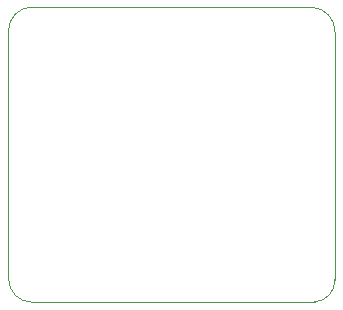
<source format=gbr>
%TF.GenerationSoftware,KiCad,Pcbnew,(5.1.10)-1*%
%TF.CreationDate,2021-12-28T15:59:08-05:00*%
%TF.ProjectId,CAN Transceiver Breakout,43414e20-5472-4616-9e73-636569766572,rev?*%
%TF.SameCoordinates,Original*%
%TF.FileFunction,Profile,NP*%
%FSLAX46Y46*%
G04 Gerber Fmt 4.6, Leading zero omitted, Abs format (unit mm)*
G04 Created by KiCad (PCBNEW (5.1.10)-1) date 2021-12-28 15:59:08*
%MOMM*%
%LPD*%
G01*
G04 APERTURE LIST*
%TA.AperFunction,Profile*%
%ADD10C,0.050000*%
%TD*%
G04 APERTURE END LIST*
D10*
X114830000Y-61410000D02*
G75*
G02*
X116850005Y-63549583I-39994J-2061105D01*
G01*
X116830000Y-84440000D02*
G75*
G02*
X115108490Y-86352992I-1781068J-128302D01*
G01*
X91200000Y-86400000D02*
G75*
G02*
X89200000Y-84400000I0J2000000D01*
G01*
X89200000Y-63400000D02*
G75*
G02*
X91200000Y-61400000I2000000J0D01*
G01*
X89200000Y-84400000D02*
X89200000Y-68000000D01*
X115140000Y-86400000D02*
X91200000Y-86400000D01*
X116850000Y-63510000D02*
X116850000Y-84510000D01*
X91200000Y-61400000D02*
X114820000Y-61420000D01*
X89200000Y-68000000D02*
X89200000Y-63400000D01*
M02*

</source>
